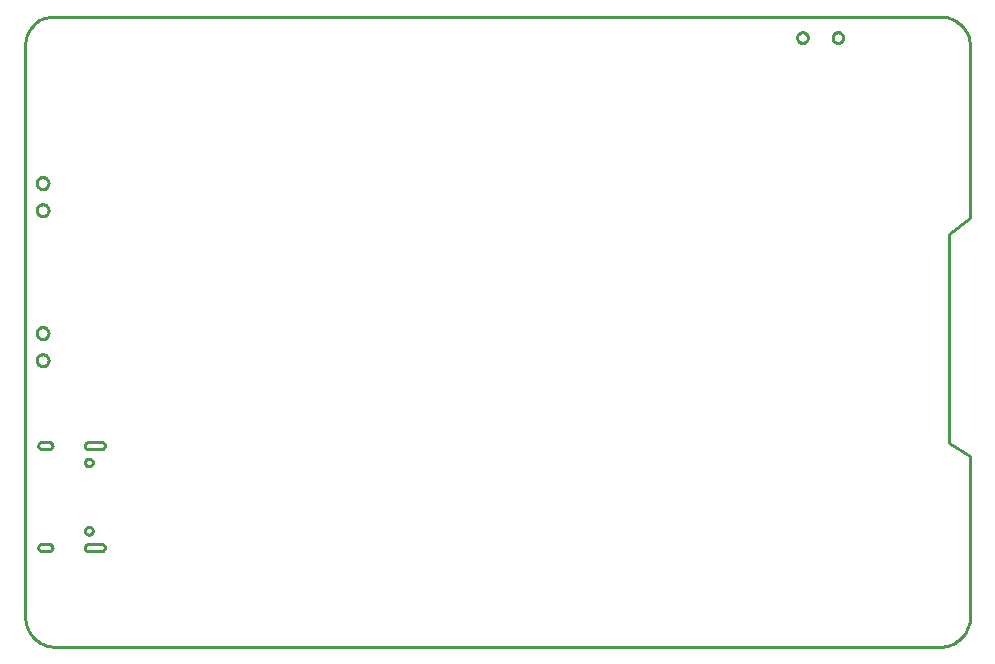
<source format=gbr>
G04 EAGLE Gerber RS-274X export*
G75*
%MOMM*%
%FSLAX34Y34*%
%LPD*%
%IN*%
%IPPOS*%
%AMOC8*
5,1,8,0,0,1.08239X$1,22.5*%
G01*
%ADD10C,0.254000*%


D10*
X0Y25338D02*
X97Y23129D01*
X387Y20936D01*
X867Y18778D01*
X1532Y16669D01*
X2380Y14626D01*
X3401Y12665D01*
X4590Y10800D01*
X5937Y9047D01*
X7432Y7417D01*
X9063Y5924D01*
X10818Y4578D01*
X12684Y3391D01*
X14646Y2370D01*
X16689Y1525D01*
X18798Y861D01*
X20958Y383D01*
X23150Y95D01*
X25298Y0D01*
X774700Y0D01*
X776914Y97D01*
X779111Y386D01*
X781274Y865D01*
X783387Y1532D01*
X785435Y2380D01*
X787400Y3403D01*
X789269Y4594D01*
X791027Y5942D01*
X792661Y7440D01*
X794158Y9073D01*
X795506Y10831D01*
X796697Y12700D01*
X797720Y14666D01*
X798568Y16713D01*
X799235Y18826D01*
X799714Y20989D01*
X800003Y23186D01*
X800100Y25400D01*
X800100Y161290D01*
X782320Y172720D01*
X782320Y349250D01*
X800100Y363220D01*
X800100Y509270D01*
X799893Y511479D01*
X799494Y513661D01*
X798906Y515801D01*
X798134Y517881D01*
X797184Y519886D01*
X796062Y521800D01*
X794778Y523609D01*
X793341Y525300D01*
X791763Y526859D01*
X790054Y528274D01*
X788229Y529535D01*
X786300Y530632D01*
X784284Y531557D01*
X782194Y532303D01*
X780047Y532863D01*
X777860Y533235D01*
X775649Y533414D01*
X773430Y533400D01*
X24130Y533400D01*
X22029Y533311D01*
X19944Y533039D01*
X17891Y532586D01*
X15885Y531956D01*
X13942Y531154D01*
X12075Y530185D01*
X10301Y529058D01*
X8631Y527780D01*
X7079Y526361D01*
X5657Y524813D01*
X4375Y523146D01*
X3243Y521374D01*
X2270Y519510D01*
X1463Y517569D01*
X829Y515564D01*
X371Y513512D01*
X94Y511428D01*
X0Y509332D01*
X0Y25338D01*
X50410Y170200D02*
X50421Y169939D01*
X50456Y169679D01*
X50512Y169424D01*
X50591Y169174D01*
X50691Y168932D01*
X50812Y168700D01*
X50953Y168479D01*
X51112Y168272D01*
X51289Y168079D01*
X51482Y167902D01*
X51689Y167743D01*
X51910Y167602D01*
X52142Y167481D01*
X52384Y167381D01*
X52634Y167302D01*
X52889Y167246D01*
X53149Y167211D01*
X53410Y167200D01*
X64410Y167200D01*
X64671Y167211D01*
X64931Y167246D01*
X65186Y167302D01*
X65436Y167381D01*
X65678Y167481D01*
X65910Y167602D01*
X66131Y167743D01*
X66338Y167902D01*
X66531Y168079D01*
X66708Y168272D01*
X66867Y168479D01*
X67008Y168700D01*
X67129Y168932D01*
X67229Y169174D01*
X67308Y169424D01*
X67364Y169679D01*
X67399Y169939D01*
X67410Y170200D01*
X67399Y170461D01*
X67364Y170721D01*
X67308Y170976D01*
X67229Y171226D01*
X67129Y171468D01*
X67008Y171700D01*
X66867Y171921D01*
X66708Y172128D01*
X66531Y172321D01*
X66338Y172498D01*
X66131Y172657D01*
X65910Y172798D01*
X65678Y172919D01*
X65436Y173019D01*
X65186Y173098D01*
X64931Y173154D01*
X64671Y173189D01*
X64410Y173200D01*
X53410Y173200D01*
X53149Y173189D01*
X52889Y173154D01*
X52634Y173098D01*
X52384Y173019D01*
X52142Y172919D01*
X51910Y172798D01*
X51689Y172657D01*
X51482Y172498D01*
X51289Y172321D01*
X51112Y172128D01*
X50953Y171921D01*
X50812Y171700D01*
X50691Y171468D01*
X50591Y171226D01*
X50512Y170976D01*
X50456Y170721D01*
X50421Y170461D01*
X50410Y170200D01*
X50410Y83800D02*
X50421Y83539D01*
X50456Y83279D01*
X50512Y83024D01*
X50591Y82774D01*
X50691Y82532D01*
X50812Y82300D01*
X50953Y82079D01*
X51112Y81872D01*
X51289Y81679D01*
X51482Y81502D01*
X51689Y81343D01*
X51910Y81202D01*
X52142Y81081D01*
X52384Y80981D01*
X52634Y80902D01*
X52889Y80846D01*
X53149Y80811D01*
X53410Y80800D01*
X64410Y80800D01*
X64671Y80811D01*
X64931Y80846D01*
X65186Y80902D01*
X65436Y80981D01*
X65678Y81081D01*
X65910Y81202D01*
X66131Y81343D01*
X66338Y81502D01*
X66531Y81679D01*
X66708Y81872D01*
X66867Y82079D01*
X67008Y82300D01*
X67129Y82532D01*
X67229Y82774D01*
X67308Y83024D01*
X67364Y83279D01*
X67399Y83539D01*
X67410Y83800D01*
X67399Y84061D01*
X67364Y84321D01*
X67308Y84576D01*
X67229Y84826D01*
X67129Y85068D01*
X67008Y85300D01*
X66867Y85521D01*
X66708Y85728D01*
X66531Y85921D01*
X66338Y86098D01*
X66131Y86257D01*
X65910Y86398D01*
X65678Y86519D01*
X65436Y86619D01*
X65186Y86698D01*
X64931Y86754D01*
X64671Y86789D01*
X64410Y86800D01*
X53410Y86800D01*
X53149Y86789D01*
X52889Y86754D01*
X52634Y86698D01*
X52384Y86619D01*
X52142Y86519D01*
X51910Y86398D01*
X51689Y86257D01*
X51482Y86098D01*
X51289Y85921D01*
X51112Y85728D01*
X50953Y85521D01*
X50812Y85300D01*
X50691Y85068D01*
X50591Y84826D01*
X50512Y84576D01*
X50456Y84321D01*
X50421Y84061D01*
X50410Y83800D01*
X11110Y83800D02*
X11121Y83539D01*
X11156Y83279D01*
X11212Y83024D01*
X11291Y82774D01*
X11391Y82532D01*
X11512Y82300D01*
X11653Y82079D01*
X11812Y81872D01*
X11989Y81679D01*
X12182Y81502D01*
X12389Y81343D01*
X12610Y81202D01*
X12842Y81081D01*
X13084Y80981D01*
X13334Y80902D01*
X13589Y80846D01*
X13849Y80811D01*
X14110Y80800D01*
X20110Y80800D01*
X20371Y80811D01*
X20631Y80846D01*
X20886Y80902D01*
X21136Y80981D01*
X21378Y81081D01*
X21610Y81202D01*
X21831Y81343D01*
X22038Y81502D01*
X22231Y81679D01*
X22408Y81872D01*
X22567Y82079D01*
X22708Y82300D01*
X22829Y82532D01*
X22929Y82774D01*
X23008Y83024D01*
X23064Y83279D01*
X23099Y83539D01*
X23110Y83800D01*
X23099Y84061D01*
X23064Y84321D01*
X23008Y84576D01*
X22929Y84826D01*
X22829Y85068D01*
X22708Y85300D01*
X22567Y85521D01*
X22408Y85728D01*
X22231Y85921D01*
X22038Y86098D01*
X21831Y86257D01*
X21610Y86398D01*
X21378Y86519D01*
X21136Y86619D01*
X20886Y86698D01*
X20631Y86754D01*
X20371Y86789D01*
X20110Y86800D01*
X14110Y86800D01*
X13849Y86789D01*
X13589Y86754D01*
X13334Y86698D01*
X13084Y86619D01*
X12842Y86519D01*
X12610Y86398D01*
X12389Y86257D01*
X12182Y86098D01*
X11989Y85921D01*
X11812Y85728D01*
X11653Y85521D01*
X11512Y85300D01*
X11391Y85068D01*
X11291Y84826D01*
X11212Y84576D01*
X11156Y84321D01*
X11121Y84061D01*
X11110Y83800D01*
X11110Y170200D02*
X11121Y169939D01*
X11156Y169679D01*
X11212Y169424D01*
X11291Y169174D01*
X11391Y168932D01*
X11512Y168700D01*
X11653Y168479D01*
X11812Y168272D01*
X11989Y168079D01*
X12182Y167902D01*
X12389Y167743D01*
X12610Y167602D01*
X12842Y167481D01*
X13084Y167381D01*
X13334Y167302D01*
X13589Y167246D01*
X13849Y167211D01*
X14110Y167200D01*
X20110Y167200D01*
X20371Y167211D01*
X20631Y167246D01*
X20886Y167302D01*
X21136Y167381D01*
X21378Y167481D01*
X21610Y167602D01*
X21831Y167743D01*
X22038Y167902D01*
X22231Y168079D01*
X22408Y168272D01*
X22567Y168479D01*
X22708Y168700D01*
X22829Y168932D01*
X22929Y169174D01*
X23008Y169424D01*
X23064Y169679D01*
X23099Y169939D01*
X23110Y170200D01*
X23099Y170461D01*
X23064Y170721D01*
X23008Y170976D01*
X22929Y171226D01*
X22829Y171468D01*
X22708Y171700D01*
X22567Y171921D01*
X22408Y172128D01*
X22231Y172321D01*
X22038Y172498D01*
X21831Y172657D01*
X21610Y172798D01*
X21378Y172919D01*
X21136Y173019D01*
X20886Y173098D01*
X20631Y173154D01*
X20371Y173189D01*
X20110Y173200D01*
X14110Y173200D01*
X13849Y173189D01*
X13589Y173154D01*
X13334Y173098D01*
X13084Y173019D01*
X12842Y172919D01*
X12610Y172798D01*
X12389Y172657D01*
X12182Y172498D01*
X11989Y172321D01*
X11812Y172128D01*
X11653Y171921D01*
X11512Y171700D01*
X11391Y171468D01*
X11291Y171226D01*
X11212Y170976D01*
X11156Y170721D01*
X11121Y170461D01*
X11110Y170200D01*
X683600Y515915D02*
X683677Y516500D01*
X683830Y517070D01*
X684055Y517615D01*
X684350Y518125D01*
X684709Y518593D01*
X685127Y519011D01*
X685595Y519370D01*
X686105Y519665D01*
X686650Y519890D01*
X687220Y520043D01*
X687805Y520120D01*
X688395Y520120D01*
X688980Y520043D01*
X689550Y519890D01*
X690095Y519665D01*
X690605Y519370D01*
X691073Y519011D01*
X691491Y518593D01*
X691850Y518125D01*
X692145Y517615D01*
X692370Y517070D01*
X692523Y516500D01*
X692600Y515915D01*
X692600Y515325D01*
X692523Y514740D01*
X692370Y514170D01*
X692145Y513625D01*
X691850Y513115D01*
X691491Y512647D01*
X691073Y512229D01*
X690605Y511870D01*
X690095Y511575D01*
X689550Y511350D01*
X688980Y511197D01*
X688395Y511120D01*
X687805Y511120D01*
X687220Y511197D01*
X686650Y511350D01*
X686105Y511575D01*
X685595Y511870D01*
X685127Y512229D01*
X684709Y512647D01*
X684350Y513115D01*
X684055Y513625D01*
X683830Y514170D01*
X683677Y514740D01*
X683600Y515325D01*
X683600Y515915D01*
X653600Y515915D02*
X653677Y516500D01*
X653830Y517070D01*
X654055Y517615D01*
X654350Y518125D01*
X654709Y518593D01*
X655127Y519011D01*
X655595Y519370D01*
X656105Y519665D01*
X656650Y519890D01*
X657220Y520043D01*
X657805Y520120D01*
X658395Y520120D01*
X658980Y520043D01*
X659550Y519890D01*
X660095Y519665D01*
X660605Y519370D01*
X661073Y519011D01*
X661491Y518593D01*
X661850Y518125D01*
X662145Y517615D01*
X662370Y517070D01*
X662523Y516500D01*
X662600Y515915D01*
X662600Y515325D01*
X662523Y514740D01*
X662370Y514170D01*
X662145Y513625D01*
X661850Y513115D01*
X661491Y512647D01*
X661073Y512229D01*
X660605Y511870D01*
X660095Y511575D01*
X659550Y511350D01*
X658980Y511197D01*
X658395Y511120D01*
X657805Y511120D01*
X657220Y511197D01*
X656650Y511350D01*
X656105Y511575D01*
X655595Y511870D01*
X655127Y512229D01*
X654709Y512647D01*
X654350Y513115D01*
X654055Y513625D01*
X653830Y514170D01*
X653677Y514740D01*
X653600Y515325D01*
X653600Y515915D01*
X53697Y94850D02*
X53275Y94906D01*
X52863Y95016D01*
X52469Y95179D01*
X52101Y95392D01*
X51763Y95651D01*
X51461Y95953D01*
X51202Y96291D01*
X50989Y96659D01*
X50826Y97053D01*
X50716Y97465D01*
X50660Y97887D01*
X50660Y98313D01*
X50716Y98735D01*
X50826Y99147D01*
X50989Y99541D01*
X51202Y99909D01*
X51461Y100247D01*
X51763Y100549D01*
X52101Y100808D01*
X52469Y101021D01*
X52863Y101184D01*
X53275Y101294D01*
X53697Y101350D01*
X54123Y101350D01*
X54545Y101294D01*
X54957Y101184D01*
X55351Y101021D01*
X55719Y100808D01*
X56057Y100549D01*
X56359Y100247D01*
X56618Y99909D01*
X56831Y99541D01*
X56994Y99147D01*
X57104Y98735D01*
X57160Y98313D01*
X57160Y97887D01*
X57104Y97465D01*
X56994Y97053D01*
X56831Y96659D01*
X56618Y96291D01*
X56359Y95953D01*
X56057Y95651D01*
X55719Y95392D01*
X55351Y95179D01*
X54957Y95016D01*
X54545Y94906D01*
X54123Y94850D01*
X53697Y94850D01*
X53697Y152650D02*
X53275Y152706D01*
X52863Y152816D01*
X52469Y152979D01*
X52101Y153192D01*
X51763Y153451D01*
X51461Y153753D01*
X51202Y154091D01*
X50989Y154459D01*
X50826Y154853D01*
X50716Y155265D01*
X50660Y155687D01*
X50660Y156113D01*
X50716Y156535D01*
X50826Y156947D01*
X50989Y157341D01*
X51202Y157709D01*
X51461Y158047D01*
X51763Y158349D01*
X52101Y158608D01*
X52469Y158821D01*
X52863Y158984D01*
X53275Y159094D01*
X53697Y159150D01*
X54123Y159150D01*
X54545Y159094D01*
X54957Y158984D01*
X55351Y158821D01*
X55719Y158608D01*
X56057Y158349D01*
X56359Y158047D01*
X56618Y157709D01*
X56831Y157341D01*
X56994Y156947D01*
X57104Y156535D01*
X57160Y156113D01*
X57160Y155687D01*
X57104Y155265D01*
X56994Y154853D01*
X56831Y154459D01*
X56618Y154091D01*
X56359Y153753D01*
X56057Y153451D01*
X55719Y153192D01*
X55351Y152979D01*
X54957Y152816D01*
X54545Y152706D01*
X54123Y152650D01*
X53697Y152650D01*
X14499Y260500D02*
X13941Y260563D01*
X13394Y260688D01*
X12864Y260873D01*
X12358Y261117D01*
X11882Y261416D01*
X11443Y261766D01*
X11046Y262163D01*
X10696Y262602D01*
X10397Y263078D01*
X10153Y263584D01*
X9968Y264114D01*
X9843Y264661D01*
X9780Y265219D01*
X9780Y265781D01*
X9843Y266339D01*
X9968Y266886D01*
X10153Y267416D01*
X10397Y267922D01*
X10696Y268398D01*
X11046Y268837D01*
X11443Y269234D01*
X11882Y269584D01*
X12358Y269883D01*
X12864Y270127D01*
X13394Y270312D01*
X13941Y270437D01*
X14499Y270500D01*
X15061Y270500D01*
X15619Y270437D01*
X16166Y270312D01*
X16696Y270127D01*
X17202Y269883D01*
X17678Y269584D01*
X18117Y269234D01*
X18514Y268837D01*
X18864Y268398D01*
X19163Y267922D01*
X19407Y267416D01*
X19592Y266886D01*
X19717Y266339D01*
X19780Y265781D01*
X19780Y265219D01*
X19717Y264661D01*
X19592Y264114D01*
X19407Y263584D01*
X19163Y263078D01*
X18864Y262602D01*
X18514Y262163D01*
X18117Y261766D01*
X17678Y261416D01*
X17202Y261117D01*
X16696Y260873D01*
X16166Y260688D01*
X15619Y260563D01*
X15061Y260500D01*
X14499Y260500D01*
X14499Y237500D02*
X13941Y237563D01*
X13394Y237688D01*
X12864Y237873D01*
X12358Y238117D01*
X11882Y238416D01*
X11443Y238766D01*
X11046Y239163D01*
X10696Y239602D01*
X10397Y240078D01*
X10153Y240584D01*
X9968Y241114D01*
X9843Y241661D01*
X9780Y242219D01*
X9780Y242781D01*
X9843Y243339D01*
X9968Y243886D01*
X10153Y244416D01*
X10397Y244922D01*
X10696Y245398D01*
X11046Y245837D01*
X11443Y246234D01*
X11882Y246584D01*
X12358Y246883D01*
X12864Y247127D01*
X13394Y247312D01*
X13941Y247437D01*
X14499Y247500D01*
X15061Y247500D01*
X15619Y247437D01*
X16166Y247312D01*
X16696Y247127D01*
X17202Y246883D01*
X17678Y246584D01*
X18117Y246234D01*
X18514Y245837D01*
X18864Y245398D01*
X19163Y244922D01*
X19407Y244416D01*
X19592Y243886D01*
X19717Y243339D01*
X19780Y242781D01*
X19780Y242219D01*
X19717Y241661D01*
X19592Y241114D01*
X19407Y240584D01*
X19163Y240078D01*
X18864Y239602D01*
X18514Y239163D01*
X18117Y238766D01*
X17678Y238416D01*
X17202Y238117D01*
X16696Y237873D01*
X16166Y237688D01*
X15619Y237563D01*
X15061Y237500D01*
X14499Y237500D01*
X14499Y387500D02*
X13941Y387563D01*
X13394Y387688D01*
X12864Y387873D01*
X12358Y388117D01*
X11882Y388416D01*
X11443Y388766D01*
X11046Y389163D01*
X10696Y389602D01*
X10397Y390078D01*
X10153Y390584D01*
X9968Y391114D01*
X9843Y391661D01*
X9780Y392219D01*
X9780Y392781D01*
X9843Y393339D01*
X9968Y393886D01*
X10153Y394416D01*
X10397Y394922D01*
X10696Y395398D01*
X11046Y395837D01*
X11443Y396234D01*
X11882Y396584D01*
X12358Y396883D01*
X12864Y397127D01*
X13394Y397312D01*
X13941Y397437D01*
X14499Y397500D01*
X15061Y397500D01*
X15619Y397437D01*
X16166Y397312D01*
X16696Y397127D01*
X17202Y396883D01*
X17678Y396584D01*
X18117Y396234D01*
X18514Y395837D01*
X18864Y395398D01*
X19163Y394922D01*
X19407Y394416D01*
X19592Y393886D01*
X19717Y393339D01*
X19780Y392781D01*
X19780Y392219D01*
X19717Y391661D01*
X19592Y391114D01*
X19407Y390584D01*
X19163Y390078D01*
X18864Y389602D01*
X18514Y389163D01*
X18117Y388766D01*
X17678Y388416D01*
X17202Y388117D01*
X16696Y387873D01*
X16166Y387688D01*
X15619Y387563D01*
X15061Y387500D01*
X14499Y387500D01*
X14499Y364500D02*
X13941Y364563D01*
X13394Y364688D01*
X12864Y364873D01*
X12358Y365117D01*
X11882Y365416D01*
X11443Y365766D01*
X11046Y366163D01*
X10696Y366602D01*
X10397Y367078D01*
X10153Y367584D01*
X9968Y368114D01*
X9843Y368661D01*
X9780Y369219D01*
X9780Y369781D01*
X9843Y370339D01*
X9968Y370886D01*
X10153Y371416D01*
X10397Y371922D01*
X10696Y372398D01*
X11046Y372837D01*
X11443Y373234D01*
X11882Y373584D01*
X12358Y373883D01*
X12864Y374127D01*
X13394Y374312D01*
X13941Y374437D01*
X14499Y374500D01*
X15061Y374500D01*
X15619Y374437D01*
X16166Y374312D01*
X16696Y374127D01*
X17202Y373883D01*
X17678Y373584D01*
X18117Y373234D01*
X18514Y372837D01*
X18864Y372398D01*
X19163Y371922D01*
X19407Y371416D01*
X19592Y370886D01*
X19717Y370339D01*
X19780Y369781D01*
X19780Y369219D01*
X19717Y368661D01*
X19592Y368114D01*
X19407Y367584D01*
X19163Y367078D01*
X18864Y366602D01*
X18514Y366163D01*
X18117Y365766D01*
X17678Y365416D01*
X17202Y365117D01*
X16696Y364873D01*
X16166Y364688D01*
X15619Y364563D01*
X15061Y364500D01*
X14499Y364500D01*
M02*

</source>
